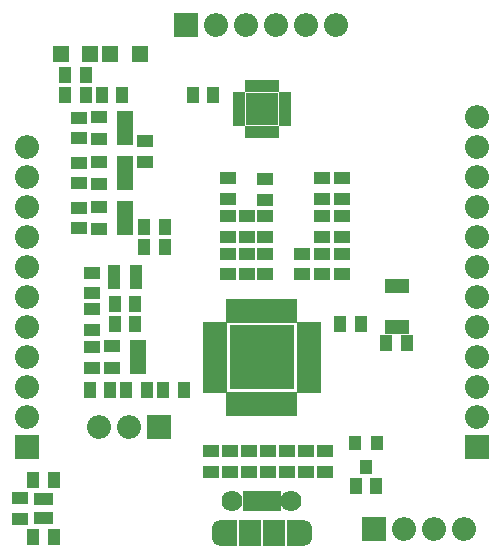
<source format=gts>
G04 #@! TF.GenerationSoftware,KiCad,Pcbnew,(5.0.0-rc2-dev-321-g78161b592)*
G04 #@! TF.CreationDate,2018-04-10T00:44:43+02:00*
G04 #@! TF.ProjectId,xildebug,78696C64656275672E6B696361645F70,rev?*
G04 #@! TF.SameCoordinates,Original*
G04 #@! TF.FileFunction,Soldermask,Top*
G04 #@! TF.FilePolarity,Negative*
%FSLAX46Y46*%
G04 Gerber Fmt 4.6, Leading zero omitted, Abs format (unit mm)*
G04 Created by KiCad (PCBNEW (5.0.0-rc2-dev-321-g78161b592)) date 04/10/18 00:44:43*
%MOMM*%
%LPD*%
G01*
G04 APERTURE LIST*
%ADD10R,2.030000X1.230000*%
%ADD11R,1.000000X1.330000*%
%ADD12R,1.330000X1.000000*%
%ADD13R,2.030000X2.030000*%
%ADD14O,2.030000X2.030000*%
%ADD15R,1.830000X2.230000*%
%ADD16C,1.780000*%
%ADD17R,0.730000X1.680000*%
%ADD18O,1.530000X2.230000*%
%ADD19R,1.530000X2.230000*%
%ADD20R,1.330000X1.330000*%
%ADD21R,0.930000X1.130000*%
%ADD22R,0.530000X1.130000*%
%ADD23R,1.130000X0.530000*%
%ADD24R,2.730000X2.730000*%
%ADD25R,5.480000X5.480000*%
%ADD26R,2.130000X0.580000*%
%ADD27R,0.580000X2.130000*%
%ADD28R,1.130000X1.230000*%
%ADD29R,1.390000X0.980000*%
%ADD30R,0.980000X0.730000*%
G04 APERTURE END LIST*
D10*
X231400000Y-77400000D03*
X231400000Y-80800000D03*
D11*
X230525000Y-82200000D03*
X232275000Y-82200000D03*
D12*
X204500000Y-72475000D03*
X204500000Y-70725000D03*
D11*
X207525000Y-78900000D03*
X209275000Y-78900000D03*
D12*
X204500000Y-68675000D03*
X204500000Y-66925000D03*
X205600000Y-77975000D03*
X205600000Y-76225000D03*
D11*
X207525000Y-80600000D03*
X209275000Y-80600000D03*
X205425000Y-86200000D03*
X207175000Y-86200000D03*
X210275000Y-86200000D03*
X208525000Y-86200000D03*
D12*
X204500000Y-63100000D03*
X204500000Y-64850000D03*
X220300000Y-76375000D03*
X220300000Y-74625000D03*
D11*
X211625000Y-86200000D03*
X213375000Y-86200000D03*
X215875000Y-61200000D03*
X214125000Y-61200000D03*
D12*
X223400000Y-74625000D03*
X223400000Y-76375000D03*
X222100000Y-91325000D03*
X222100000Y-93075000D03*
X223700000Y-93075000D03*
X223700000Y-91325000D03*
X217100000Y-76375000D03*
X217100000Y-74625000D03*
X218700000Y-74625000D03*
X218700000Y-76375000D03*
D11*
X229675000Y-94300000D03*
X227925000Y-94300000D03*
X228375000Y-80600000D03*
X226625000Y-80600000D03*
D12*
X225300000Y-91325000D03*
X225300000Y-93075000D03*
D13*
X211300000Y-89300000D03*
D14*
X208760000Y-89300000D03*
X206220000Y-89300000D03*
D13*
X229500000Y-97900000D03*
D14*
X232040000Y-97900000D03*
X234580000Y-97900000D03*
X237120000Y-97900000D03*
D13*
X213600000Y-55300000D03*
D14*
X216140000Y-55300000D03*
X218680000Y-55300000D03*
X221220000Y-55300000D03*
X223760000Y-55300000D03*
X226300000Y-55300000D03*
D13*
X200100000Y-91000000D03*
D14*
X200100000Y-88460000D03*
X200100000Y-85920000D03*
X200100000Y-83380000D03*
X200100000Y-80840000D03*
X200100000Y-78300000D03*
X200100000Y-75760000D03*
X200100000Y-73220000D03*
X200100000Y-70680000D03*
X200100000Y-68140000D03*
X200100000Y-65600000D03*
D13*
X238200000Y-91000000D03*
D14*
X238200000Y-88460000D03*
X238200000Y-85920000D03*
X238200000Y-83380000D03*
X238200000Y-80840000D03*
X238200000Y-78300000D03*
X238200000Y-75760000D03*
X238200000Y-73220000D03*
X238200000Y-70680000D03*
X238200000Y-68140000D03*
X238200000Y-65600000D03*
X238200000Y-63060000D03*
D15*
X221000000Y-98237500D03*
D16*
X217500000Y-95537500D03*
D17*
X219350000Y-95537500D03*
X218700000Y-95537500D03*
X221300000Y-95537500D03*
X220650000Y-95537500D03*
X220000000Y-95537500D03*
D16*
X222500000Y-95537500D03*
D15*
X219000000Y-98237500D03*
D18*
X216500000Y-98237500D03*
X223500000Y-98237500D03*
D19*
X222900000Y-98237500D03*
X217100000Y-98237500D03*
D20*
X207150000Y-57700000D03*
X209650000Y-57700000D03*
X205450000Y-57700000D03*
X202950000Y-57700000D03*
D12*
X218700000Y-73175000D03*
X218700000Y-71425000D03*
X226800000Y-76375000D03*
X226800000Y-74625000D03*
X226800000Y-71450000D03*
X226800000Y-73200000D03*
X226800000Y-69975000D03*
X226800000Y-68225000D03*
D21*
X201100000Y-97000000D03*
X201100000Y-95400000D03*
X201900000Y-97000000D03*
X201900000Y-95400000D03*
D22*
X218800000Y-64350000D03*
X219200000Y-64350000D03*
X219600000Y-64350000D03*
X220000000Y-64350000D03*
X220400000Y-64350000D03*
X220800000Y-64350000D03*
X221200000Y-64350000D03*
D23*
X221950000Y-63600000D03*
X221950000Y-63200000D03*
X221950000Y-62800000D03*
X221950000Y-62400000D03*
X221950000Y-62000000D03*
X221950000Y-61600000D03*
X221950000Y-61200000D03*
D22*
X221200000Y-60450000D03*
X220800000Y-60450000D03*
X220400000Y-60450000D03*
X220000000Y-60450000D03*
X219600000Y-60450000D03*
X219200000Y-60450000D03*
X218800000Y-60450000D03*
D23*
X218050000Y-61200000D03*
X218050000Y-61600000D03*
X218050000Y-62000000D03*
X218050000Y-62400000D03*
X218050000Y-62800000D03*
X218050000Y-63200000D03*
X218050000Y-63600000D03*
D24*
X220000000Y-62400000D03*
D25*
X220000000Y-83400000D03*
D26*
X223950000Y-80650000D03*
X223950000Y-81150000D03*
X223950000Y-81650000D03*
X223950000Y-82150000D03*
X223950000Y-82650000D03*
X223950000Y-83150000D03*
X223950000Y-83650000D03*
X223950000Y-84150000D03*
X223950000Y-84650000D03*
X223950000Y-85150000D03*
X223950000Y-85650000D03*
X223950000Y-86150000D03*
D27*
X222750000Y-87350000D03*
X222250000Y-87350000D03*
X221750000Y-87350000D03*
X221250000Y-87350000D03*
X220750000Y-87350000D03*
X220250000Y-87350000D03*
X219750000Y-87350000D03*
X219250000Y-87350000D03*
X218750000Y-87350000D03*
X218250000Y-87350000D03*
X217750000Y-87350000D03*
X217250000Y-87350000D03*
D26*
X216050000Y-86150000D03*
X216050000Y-85650000D03*
X216050000Y-85150000D03*
X216050000Y-84650000D03*
X216050000Y-84150000D03*
X216050000Y-83650000D03*
X216050000Y-83150000D03*
X216050000Y-82650000D03*
X216050000Y-82150000D03*
X216050000Y-81650000D03*
X216050000Y-81150000D03*
X216050000Y-80650000D03*
D27*
X217250000Y-79450000D03*
X217750000Y-79450000D03*
X218250000Y-79450000D03*
X218750000Y-79450000D03*
X219250000Y-79450000D03*
X219750000Y-79450000D03*
X220250000Y-79450000D03*
X220750000Y-79450000D03*
X221250000Y-79450000D03*
X221750000Y-79450000D03*
X222250000Y-79450000D03*
X222750000Y-79450000D03*
D28*
X229750000Y-90700000D03*
X227850000Y-90700000D03*
X228800000Y-92700000D03*
D29*
X206200000Y-64950000D03*
X206200000Y-63050000D03*
X208400000Y-63050000D03*
X208400000Y-64000000D03*
X208400000Y-64950000D03*
X208400000Y-72550000D03*
X208400000Y-71600000D03*
X208400000Y-70650000D03*
X206200000Y-70650000D03*
X206200000Y-72550000D03*
X207300000Y-84350000D03*
X207300000Y-82450000D03*
X209500000Y-82450000D03*
X209500000Y-83400000D03*
X209500000Y-84350000D03*
X208400000Y-68750000D03*
X208400000Y-67800000D03*
X208400000Y-66850000D03*
X206200000Y-66850000D03*
X206200000Y-68750000D03*
D30*
X209350000Y-77250000D03*
X209350000Y-75950000D03*
X207450000Y-76600000D03*
X209350000Y-76600000D03*
X207450000Y-75950000D03*
X207450000Y-77250000D03*
D12*
X205600000Y-84275000D03*
X205600000Y-82525000D03*
D11*
X210025000Y-72400000D03*
X211775000Y-72400000D03*
D12*
X210100000Y-66875000D03*
X210100000Y-65125000D03*
X217100000Y-68225000D03*
X217100000Y-69975000D03*
X217100000Y-73175000D03*
X217100000Y-71425000D03*
X220300000Y-68325000D03*
X220300000Y-70075000D03*
X220300000Y-73175000D03*
X220300000Y-71425000D03*
D11*
X206425000Y-61200000D03*
X208175000Y-61200000D03*
X205075000Y-59500000D03*
X203325000Y-59500000D03*
X211775000Y-74100000D03*
X210025000Y-74100000D03*
D12*
X215700000Y-93075000D03*
X215700000Y-91325000D03*
X217300000Y-91325000D03*
X217300000Y-93075000D03*
X218900000Y-91325000D03*
X218900000Y-93075000D03*
X220500000Y-93075000D03*
X220500000Y-91325000D03*
D11*
X202375000Y-93800000D03*
X200625000Y-93800000D03*
D12*
X199500000Y-97075000D03*
X199500000Y-95325000D03*
D11*
X202375000Y-98600000D03*
X200625000Y-98600000D03*
D12*
X225100000Y-76375000D03*
X225100000Y-74625000D03*
X225100000Y-68225000D03*
X225100000Y-69975000D03*
D11*
X203325000Y-61200000D03*
X205075000Y-61200000D03*
D12*
X225100000Y-71425000D03*
X225100000Y-73175000D03*
X205600000Y-79325000D03*
X205600000Y-81075000D03*
M02*

</source>
